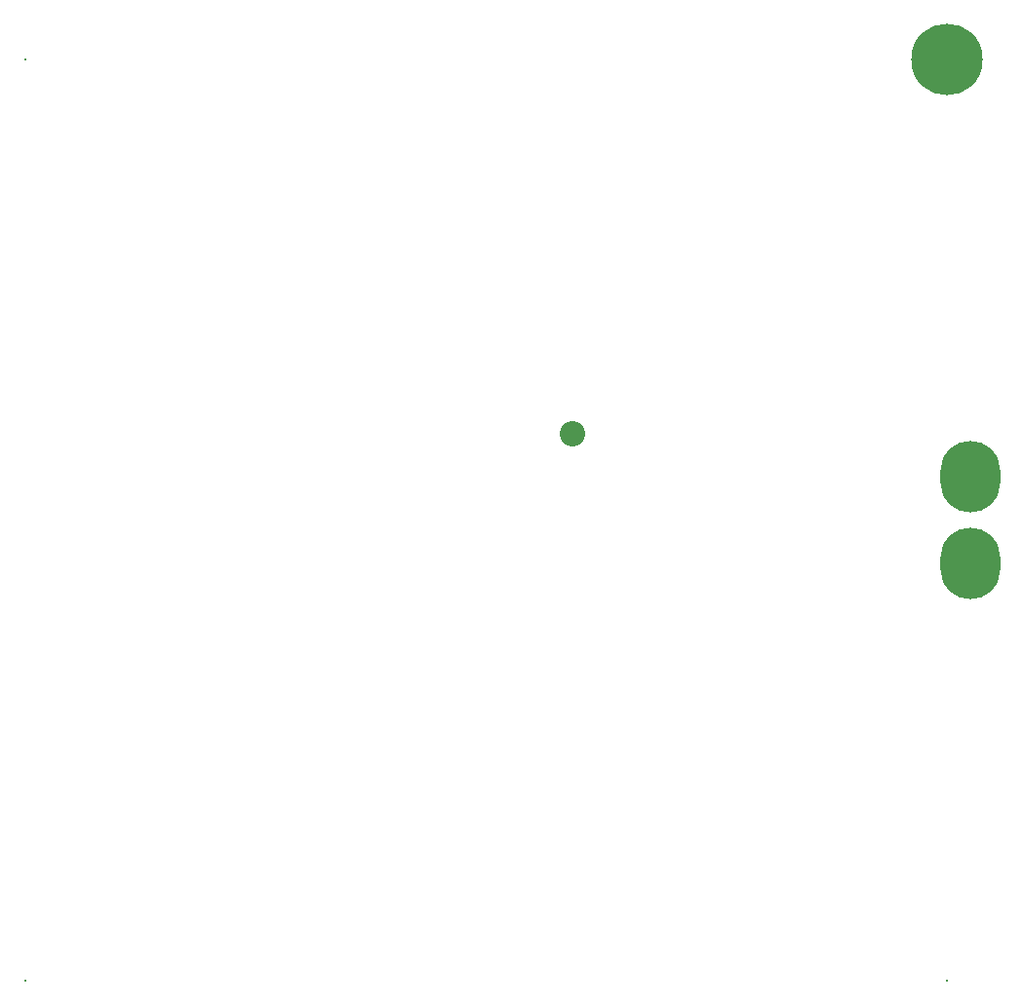
<source format=gbs>
G04 Layer_Color=16711935*
%FSLAX25Y25*%
%MOIN*%
G70*
G01*
G75*
%ADD15C,0.08674*%
%ADD16C,0.00800*%
%ADD17O,0.20485X0.24422*%
%ADD18C,0.24422*%
D15*
X29528Y29528D02*
D03*
D16*
X-157480Y-157480D02*
D03*
X157480D02*
D03*
X-157480Y157480D02*
D03*
D17*
X165354Y-14764D02*
D03*
Y14764D02*
D03*
D18*
X157480Y157480D02*
D03*
M02*

</source>
